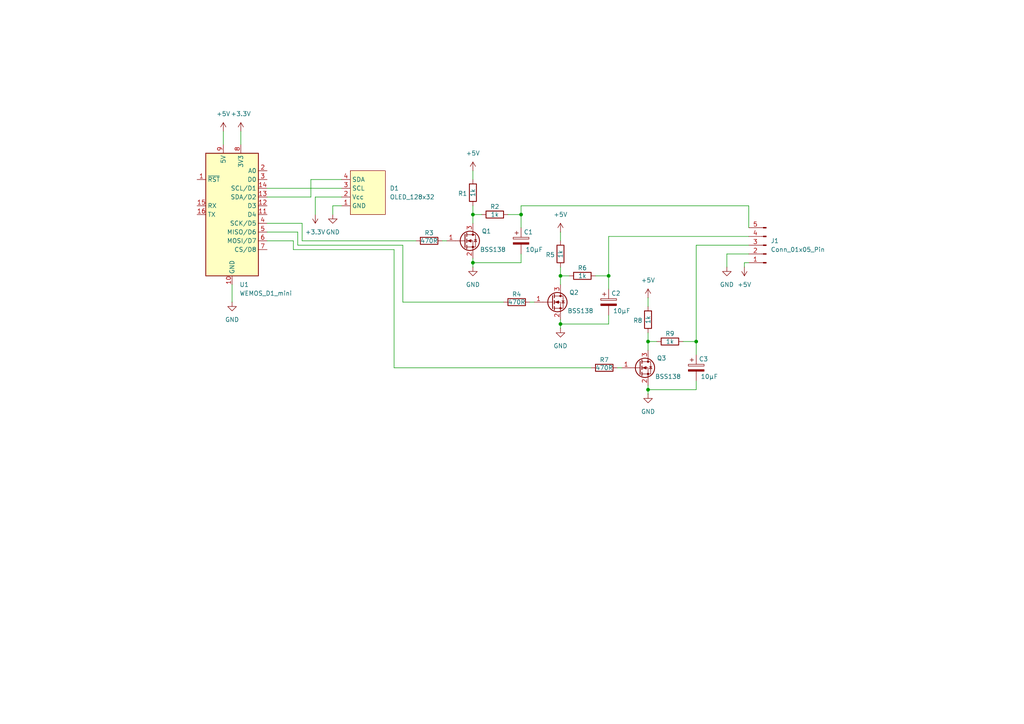
<source format=kicad_sch>
(kicad_sch (version 20250114) (generator "eeschema") (generator_version "9.0")
  (paper "A4")
  (title_block (title "Wemos ESPnow receiver") (date "2025-08-04") (rev "v0.1") (comment 1 "MOSFET low pass output"))
  (lib_symbols
    (symbol "Connector:Conn_01x05_Pin" (pin_names (offset 1.016) (hide yes))
      (property "Reference" "J" (at 0 7.62 0))
      (property "Value" "Conn_01x05_Pin" (at 0 -7.62 0))
      (symbol "Conn_01x05_Pin_1_1"
        (rectangle (start 0.8636 5.207) (end 0 4.953) (stroke (width 0.1524)) (fill (type outline)))
        (rectangle (start 0.8636 2.667) (end 0 2.413) (stroke (width 0.1524)) (fill (type outline)))
        (rectangle (start 0.8636 0.127) (end 0 -0.127) (stroke (width 0.1524)) (fill (type outline)))
        (rectangle (start 0.8636 -2.413) (end 0 -2.667) (stroke (width 0.1524)) (fill (type outline)))
        (rectangle (start 0.8636 -4.953) (end 0 -5.207) (stroke (width 0.1524)) (fill (type outline)))
        (polyline (pts (xy 1.27 5.08) (xy 0.8636 5.08)) (stroke (width 0.1524)))
        (polyline (pts (xy 1.27 2.54) (xy 0.8636 2.54)) (stroke (width 0.1524)))
        (polyline (pts (xy 1.27 0) (xy 0.8636 0)) (stroke (width 0.1524)))
        (polyline (pts (xy 1.27 -2.54) (xy 0.8636 -2.54)) (stroke (width 0.1524)))
        (polyline (pts (xy 1.27 -5.08) (xy 0.8636 -5.08)) (stroke (width 0.1524)))
        (pin passive line (at 5.08 5.08 180) (length 3.81) (name "Pin_1") (number "1"))
        (pin passive line (at 5.08 2.54 180) (length 3.81) (name "Pin_2") (number "2"))
        (pin passive line (at 5.08 0 180) (length 3.81) (name "Pin_3") (number "3"))
        (pin passive line (at 5.08 -2.54 180) (length 3.81) (name "Pin_4") (number "4"))
        (pin passive line (at 5.08 -5.08 180) (length 3.81) (name "Pin_5") (number "5"))
      )
    )
    (symbol "Device:C_Polarized" (pin_numbers (hide yes)) (pin_names (offset 0.254))
      (property "Reference" "C" (at 0.635 2.54 0))
      (property "Value" "C_Polarized" (at 0.635 -2.54 0))
      (symbol "C_Polarized_0_1"
        (rectangle (start -2.286 0.508) (end 2.286 1.016))
        (polyline (pts (xy -1.778 2.286) (xy -0.762 2.286)))
        (polyline (pts (xy -1.27 2.794) (xy -1.27 1.778)))
        (rectangle (start 2.286 -0.508) (end -2.286 -1.016) (fill (type outline)))
      )
      (symbol "C_Polarized_1_1"
        (pin passive line (at 0 3.81 270) (length 2.794) (name "~") (number "1"))
        (pin passive line (at 0 -3.81 90) (length 2.794) (name "~") (number "2"))
      )
    )
    (symbol "Device:R" (pin_numbers (hide yes)) (pin_names (offset 0))
      (property "Reference" "R" (at 2.032 0 90))
      (property "Value" "R" (at 0 0 90))
      (symbol "R_0_1"
        (rectangle (start -1.016 -2.54) (end 1.016 2.54) (stroke (width 0.254)))
      )
      (symbol "R_1_1"
        (pin passive line (at 0 3.81 270) (length 1.27) (name "~") (number "1"))
        (pin passive line (at 0 -3.81 90) (length 1.27) (name "~") (number "2"))
      )
    )
    (symbol "RF_Module:WEMOS_D1_mini"
      (property "Reference" "U" (at 3.81 19.05 0))
      (property "Value" "WEMOS_D1_mini" (at 1.27 -19.05 0))
      (symbol "WEMOS_D1_mini_1_1"
        (rectangle (start -7.62 17.78) (end 7.62 -17.78) (stroke (width 0.254)) (fill (type background)))
        (pin input line (at -10.16 10.16 0) (length 2.54) (name "~{RST}") (number "1"))
        (pin input line (at -10.16 2.54 0) (length 2.54) (name "RX") (number "15"))
        (pin output line (at -10.16 0 0) (length 2.54) (name "TX") (number "16"))
        (pin power_in line (at -2.54 20.32 270) (length 2.54) (name "5V") (number "9"))
        (pin power_in line (at 0 -20.32 90) (length 2.54) (name "GND") (number "10"))
        (pin power_out line (at 2.54 20.32 270) (length 2.54) (name "3V3") (number "8"))
        (pin input line (at 10.16 12.7 180) (length 2.54) (name "A0") (number "2"))
        (pin bidirectional line (at 10.16 10.16 180) (length 2.54) (name "D0") (number "3"))
        (pin bidirectional line (at 10.16 7.62 180) (length 2.54) (name "SCL/D1") (number "14"))
        (pin bidirectional line (at 10.16 5.08 180) (length 2.54) (name "SDA/D2") (number "13"))
        (pin bidirectional line (at 10.16 2.54 180) (length 2.54) (name "D3") (number "12"))
        (pin bidirectional line (at 10.16 0 180) (length 2.54) (name "D4") (number "11"))
        (pin bidirectional line (at 10.16 -2.54 180) (length 2.54) (name "SCK/D5") (number "4"))
        (pin bidirectional line (at 10.16 -5.08 180) (length 2.54) (name "MISO/D6") (number "5"))
        (pin bidirectional line (at 10.16 -7.62 180) (length 2.54) (name "MOSI/D7") (number "6"))
        (pin bidirectional line (at 10.16 -10.16 180) (length 2.54) (name "CS/D8") (number "7"))
      )
    )
    (symbol "Transistor_FET:BSS138" (pin_names (offset 0) (hide yes))
      (property "Reference" "Q" (at 5.08 1.905 0))
      (property "Value" "BSS138" (at 5.08 0 0))
      (symbol "BSS138_0_1"
        (polyline (pts (xy 0.254 1.905) (xy 0.254 -1.905)) (stroke (width 0.254)))
        (polyline (pts (xy 0.254 0) (xy -2.54 0)))
        (polyline (pts (xy 0.762 2.286) (xy 0.762 1.27)) (stroke (width 0.254)))
        (polyline (pts (xy 0.762 0.508) (xy 0.762 -0.508)) (stroke (width 0.254)))
        (polyline (pts (xy 0.762 -1.27) (xy 0.762 -2.286)) (stroke (width 0.254)))
        (polyline (pts (xy 0.762 -1.778) (xy 3.302 -1.778) (xy 3.302 1.778) (xy 0.762 1.778)))
        (polyline (pts (xy 1.016 0) (xy 2.032 0.381) (xy 2.032 -0.381) (xy 1.016 0)) (fill (type outline)))
        (circle (center 1.651 0) (radius 2.794) (stroke (width 0.254)))
        (polyline (pts (xy 2.54 2.54) (xy 2.54 1.778)))
        (circle (center 2.54 1.778) (radius 0.254) (fill (type outline)))
        (circle (center 2.54 -1.778) (radius 0.254) (fill (type outline)))
        (polyline (pts (xy 2.54 -2.54) (xy 2.54 0) (xy 0.762 0)))
        (polyline (pts (xy 2.921 0.381) (xy 3.683 0.381)))
        (polyline (pts (xy 3.302 0.381) (xy 2.921 -0.254) (xy 3.683 -0.254) (xy 3.302 0.381)))
      )
      (symbol "BSS138_1_1"
        (pin input line (at -5.08 0 0) (length 2.54) (name "G") (number "1"))
        (pin passive line (at 2.54 5.08 270) (length 2.54) (name "D") (number "3"))
        (pin passive line (at 2.54 -5.08 90) (length 2.54) (name "S") (number "2"))
      )
    )
    (symbol "oled:oled_I2C_128x32"
      (property "Reference" "D" (at 1.016 3.81 0))
      (symbol "oled_I2C_128x32_1_1"
        (rectangle (start 0 2.54) (end 10.16 -10.16) (fill (type background)))
        (pin bidirectional line (at -2.54 0 0) (length 2.54) (name "SDA") (number "4"))
        (pin bidirectional line (at -2.54 -2.54 0) (length 2.54) (name "SCL") (number "3"))
        (pin power_in line (at -2.54 -5.08 0) (length 2.54) (name "Vcc") (number "2"))
        (pin power_in line (at -2.54 -7.62 0) (length 2.54) (name "GND") (number "1"))
      )
    )
    (symbol "power:+3.3V" (power) (pin_numbers (hide yes)) (pin_names (offset 0) (hide yes))
      (property "Value" "+3.3V" (at 0 3.556 0))
      (symbol "+3.3V_0_1"
        (polyline (pts (xy -0.762 1.27) (xy 0 2.54)))
        (polyline (pts (xy 0 2.54) (xy 0.762 1.27)))
        (polyline (pts (xy 0 0) (xy 0 2.54)))
      )
      (symbol "+3.3V_1_1"
        (pin power_in line (at 0 0 90) (length 0) (name "~") (number "1"))
      )
    )
    (symbol "power:+5V" (power) (pin_numbers (hide yes)) (pin_names (offset 0) (hide yes))
      (property "Value" "+5V" (at 0 3.556 0))
      (symbol "+5V_0_1"
        (polyline (pts (xy -0.762 1.27) (xy 0 2.54)))
        (polyline (pts (xy 0 2.54) (xy 0.762 1.27)))
        (polyline (pts (xy 0 0) (xy 0 2.54)))
      )
      (symbol "+5V_1_1"
        (pin power_in line (at 0 0 90) (length 0) (name "~") (number "1"))
      )
    )
    (symbol "power:GND" (power) (pin_numbers (hide yes)) (pin_names (offset 0) (hide yes))
      (property "Value" "GND" (at 0 -3.81 0))
      (symbol "GND_0_1"
        (polyline (pts (xy 0 0) (xy 0 -1.27) (xy 1.27 -1.27) (xy 0 -2.54) (xy -1.27 -1.27) (xy 0 -1.27)))
      )
      (symbol "GND_1_1"
        (pin power_in line (at 0 0 270) (length 0) (name "~") (number "1"))
      )
    )
  )
  (junction (at 201.93 99.06))
  (junction (at 187.96 113.03))
  (junction (at 151.13 62.23))
  (junction (at 137.16 62.23))
  (junction (at 137.16 76.2))
  (junction (at 162.56 93.98))
  (junction (at 162.56 80.01))
  (junction (at 176.53 80.01))
  (junction (at 187.96 99.06))
  (wire (pts (xy 96.52 59.69) (xy 99.06 59.69)))
  (wire (pts (xy 137.16 59.69) (xy 137.16 62.23)))
  (wire (pts (xy 171.45 106.68) (xy 114.3 106.68)))
  (wire (pts (xy 176.53 68.58) (xy 176.53 80.01)))
  (wire (pts (xy 162.56 93.98) (xy 162.56 95.25)))
  (wire (pts (xy 137.16 74.93) (xy 137.16 76.2)))
  (wire (pts (xy 87.63 64.77) (xy 77.47 64.77)))
  (wire (pts (xy 85.09 69.85) (xy 77.47 69.85)))
  (wire (pts (xy 96.52 62.23) (xy 96.52 59.69)))
  (wire (pts (xy 217.17 71.12) (xy 201.93 71.12)))
  (wire (pts (xy 116.84 87.63) (xy 116.84 71.12)))
  (wire (pts (xy 116.84 71.12) (xy 86.36 71.12)))
  (wire (pts (xy 162.56 80.01) (xy 165.1 80.01)))
  (wire (pts (xy 162.56 80.01) (xy 162.56 82.55)))
  (wire (pts (xy 67.31 82.55) (xy 67.31 87.63)))
  (wire (pts (xy 179.07 106.68) (xy 180.34 106.68)))
  (wire (pts (xy 137.16 49.53) (xy 137.16 52.07)))
  (wire (pts (xy 201.93 110.49) (xy 201.93 113.03)))
  (wire (pts (xy 86.36 71.12) (xy 86.36 67.31)))
  (wire (pts (xy 85.09 72.39) (xy 85.09 69.85)))
  (wire (pts (xy 147.32 62.23) (xy 151.13 62.23)))
  (wire (pts (xy 210.82 73.66) (xy 210.82 77.47)))
  (wire (pts (xy 187.96 96.52) (xy 187.96 99.06)))
  (wire (pts (xy 86.36 67.31) (xy 77.47 67.31)))
  (wire (pts (xy 137.16 62.23) (xy 139.7 62.23)))
  (wire (pts (xy 99.06 57.15) (xy 91.44 57.15)))
  (wire (pts (xy 146.05 87.63) (xy 116.84 87.63)))
  (wire (pts (xy 153.67 87.63) (xy 154.94 87.63)))
  (wire (pts (xy 187.96 99.06) (xy 187.96 101.6)))
  (wire (pts (xy 217.17 68.58) (xy 176.53 68.58)))
  (wire (pts (xy 151.13 62.23) (xy 151.13 66.04)))
  (wire (pts (xy 217.17 76.2) (xy 215.9 76.2)))
  (wire (pts (xy 176.53 80.01) (xy 176.53 83.82)))
  (wire (pts (xy 77.47 57.15) (xy 90.17 57.15)))
  (wire (pts (xy 176.53 91.44) (xy 176.53 93.98)))
  (wire (pts (xy 120.65 69.85) (xy 87.63 69.85)))
  (wire (pts (xy 91.44 57.15) (xy 91.44 62.23)))
  (wire (pts (xy 162.56 92.71) (xy 162.56 93.98)))
  (wire (pts (xy 201.93 113.03) (xy 187.96 113.03)))
  (wire (pts (xy 217.17 59.69) (xy 151.13 59.69)))
  (wire (pts (xy 137.16 76.2) (xy 137.16 77.47)))
  (wire (pts (xy 151.13 59.69) (xy 151.13 62.23)))
  (wire (pts (xy 90.17 57.15) (xy 90.17 52.07)))
  (wire (pts (xy 114.3 72.39) (xy 85.09 72.39)))
  (wire (pts (xy 90.17 52.07) (xy 99.06 52.07)))
  (wire (pts (xy 201.93 99.06) (xy 201.93 102.87)))
  (wire (pts (xy 187.96 86.36) (xy 187.96 88.9)))
  (wire (pts (xy 162.56 67.31) (xy 162.56 69.85)))
  (wire (pts (xy 187.96 113.03) (xy 187.96 114.3)))
  (wire (pts (xy 162.56 77.47) (xy 162.56 80.01)))
  (wire (pts (xy 217.17 73.66) (xy 210.82 73.66)))
  (wire (pts (xy 151.13 73.66) (xy 151.13 76.2)))
  (wire (pts (xy 172.72 80.01) (xy 176.53 80.01)))
  (wire (pts (xy 151.13 76.2) (xy 137.16 76.2)))
  (wire (pts (xy 87.63 69.85) (xy 87.63 64.77)))
  (wire (pts (xy 77.47 54.61) (xy 99.06 54.61)))
  (wire (pts (xy 198.12 99.06) (xy 201.93 99.06)))
  (wire (pts (xy 64.77 38.1) (xy 64.77 41.91)))
  (wire (pts (xy 128.27 69.85) (xy 129.54 69.85)))
  (wire (pts (xy 187.96 99.06) (xy 190.5 99.06)))
  (wire (pts (xy 69.85 38.1) (xy 69.85 41.91)))
  (wire (pts (xy 114.3 106.68) (xy 114.3 72.39)))
  (wire (pts (xy 137.16 62.23) (xy 137.16 64.77)))
  (wire (pts (xy 215.9 76.2) (xy 215.9 77.47)))
  (wire (pts (xy 217.17 66.04) (xy 217.17 59.69)))
  (wire (pts (xy 176.53 93.98) (xy 162.56 93.98)))
  (wire (pts (xy 201.93 71.12) (xy 201.93 99.06)))
  (wire (pts (xy 187.96 111.76) (xy 187.96 113.03)))
  (symbol (lib_id "Device:R") (at 137.16 55.88 0) (unit 1)
    (property "Reference" "R1" (at 132.842 56.134 0) (effects (justify left)))
    (property "Value" "1k" (at 137.16 57.15 90) (effects (justify left)))
    (property "Footprint" "Resistor_SMD:R_1206_3216Metric_Pad1.30x1.75mm_HandSolder" (effects (hide yes)))
    (property "Description" "Resistor" (effects (hide yes)))
  )
  (symbol (lib_id "power:+3.3V") (at 91.44 62.23 180) (unit 1)
    (property "Reference" "#PWR05" (effects (hide yes)))
    (property "Value" "+3.3V" (at 91.44 67.31 0))
    (property "Description" "Power symbol creates a global label with name \"+3.3V\"" (effects (hide yes)))
  )
  (symbol (lib_id "power:GND") (at 210.82 77.47 0) (unit 1)
    (property "Reference" "#PWR03" (effects (hide yes)))
    (property "Value" "GND" (at 210.82 82.55 0))
    (property "Description" "Power symbol creates a global label with name \"GND\" , ground" (effects (hide yes)))
  )
  (symbol (lib_id "Device:C_Polarized") (at 151.13 69.85 0) (unit 1)
    (property "Reference" "C1" (at 151.892 67.31 0) (effects (justify left)))
    (property "Value" "10µF" (at 152.4 72.39 0) (effects (justify left)))
    (property "Footprint" "Capacitor_SMD:C_1206_3216Metric_Pad1.33x1.80mm_HandSolder" (effects (hide yes)))
    (property "Description" "Polarized capacitor" (effects (hide yes)))
  )
  (symbol (lib_id "power:+5V") (at 187.96 86.36 0) (unit 1)
    (property "Reference" "#PWR012" (effects (hide yes)))
    (property "Value" "+5V" (at 187.96 81.28 0))
    (property "Description" "Power symbol creates a global label with name \"+5V\"" (effects (hide yes)))
  )
  (symbol (lib_id "Transistor_FET:BSS138") (at 185.42 106.68 0) (unit 1)
    (property "Reference" "Q3" (at 190.5 103.886 0) (effects (justify left)))
    (property "Value" "BSS138" (at 189.992 109.22 0) (effects (justify left)))
    (property "Footprint" "Package_TO_SOT_SMD:SOT-23" (effects (hide yes)))
    (property "Datasheet" "https://www.onsemi.com/pub/Collateral/BSS138-D.PDF" (effects (hide yes)))
    (property "Description" "50V Vds, 0.22A Id, N-Channel MOSFET, SOT-23" (effects (hide yes)))
  )
  (symbol (lib_id "Device:R") (at 168.91 80.01 90) (unit 1)
    (property "Reference" "R6" (at 168.91 77.724 90))
    (property "Value" "1k" (at 168.91 80.01 90))
    (property "Footprint" "Resistor_SMD:R_1206_3216Metric_Pad1.30x1.75mm_HandSolder" (effects (hide yes)))
    (property "Description" "Resistor" (effects (hide yes)))
  )
  (symbol (lib_id "Device:R") (at 187.96 92.71 0) (unit 1)
    (property "Reference" "R8" (at 183.642 92.964 0) (effects (justify left)))
    (property "Value" "1k" (at 187.96 93.98 90) (effects (justify left)))
    (property "Footprint" "Resistor_SMD:R_1206_3216Metric_Pad1.30x1.75mm_HandSolder" (effects (hide yes)))
    (property "Description" "Resistor" (effects (hide yes)))
  )
  (symbol (lib_id "Transistor_FET:BSS138") (at 134.62 69.85 0) (unit 1)
    (property "Reference" "Q1" (at 139.7 67.056 0) (effects (justify left)))
    (property "Value" "BSS138" (at 139.192 72.39 0) (effects (justify left)))
    (property "Footprint" "Package_TO_SOT_SMD:SOT-23" (effects (hide yes)))
    (property "Datasheet" "https://www.onsemi.com/pub/Collateral/BSS138-D.PDF" (effects (hide yes)))
    (property "Description" "50V Vds, 0.22A Id, N-Channel MOSFET, SOT-23" (effects (hide yes)))
  )
  (symbol (lib_id "power:GND") (at 96.52 62.23 0) (unit 1)
    (property "Reference" "#PWR01" (effects (hide yes)))
    (property "Value" "GND" (at 96.52 67.31 0))
    (property "Description" "Power symbol creates a global label with name \"GND\" , ground" (effects (hide yes)))
  )
  (symbol (lib_id "Device:C_Polarized") (at 176.53 87.63 0) (unit 1)
    (property "Reference" "C2" (at 177.292 85.09 0) (effects (justify left)))
    (property "Value" "10µF" (at 177.8 90.17 0) (effects (justify left)))
    (property "Footprint" "Capacitor_SMD:C_1206_3216Metric_Pad1.33x1.80mm_HandSolder" (effects (hide yes)))
    (property "Description" "Polarized capacitor" (effects (hide yes)))
  )
  (symbol (lib_id "Device:R") (at 175.26 106.68 90) (unit 1)
    (property "Reference" "R7" (at 175.26 104.394 90))
    (property "Value" "470R" (at 175.26 106.68 90))
    (property "Footprint" "Resistor_SMD:R_1206_3216Metric_Pad1.30x1.75mm_HandSolder" (effects (hide yes)))
    (property "Description" "Resistor" (effects (hide yes)))
  )
  (symbol (lib_id "power:GND") (at 187.96 114.3 0) (unit 1)
    (property "Reference" "#PWR013" (effects (hide yes)))
    (property "Value" "GND" (at 187.96 119.38 0))
    (property "Description" "Power symbol creates a global label with name \"GND\" , ground" (effects (hide yes)))
  )
  (symbol (lib_id "power:GND") (at 137.16 77.47 0) (unit 1)
    (property "Reference" "#PWR09" (effects (hide yes)))
    (property "Value" "GND" (at 137.16 82.55 0))
    (property "Description" "Power symbol creates a global label with name \"GND\" , ground" (effects (hide yes)))
  )
  (symbol (lib_id "Device:R") (at 162.56 73.66 0) (unit 1)
    (property "Reference" "R5" (at 158.242 73.914 0) (effects (justify left)))
    (property "Value" "1k" (at 162.56 74.93 90) (effects (justify left)))
    (property "Footprint" "Resistor_SMD:R_1206_3216Metric_Pad1.30x1.75mm_HandSolder" (effects (hide yes)))
    (property "Description" "Resistor" (effects (hide yes)))
  )
  (symbol (lib_id "power:+5V") (at 64.77 38.1 0) (unit 1)
    (property "Reference" "#PWR04" (effects (hide yes)))
    (property "Value" "+5V" (at 64.77 33.02 0))
    (property "Description" "Power symbol creates a global label with name \"+5V\"" (effects (hide yes)))
  )
  (symbol (lib_id "power:+3.3V") (at 69.85 38.1 0) (unit 1)
    (property "Reference" "#PWR07" (effects (hide yes)))
    (property "Value" "+3.3V" (at 69.85 33.02 0))
    (property "Description" "Power symbol creates a global label with name \"+3.3V\"" (effects (hide yes)))
  )
  (symbol (lib_id "Transistor_FET:BSS138") (at 160.02 87.63 0) (unit 1)
    (property "Reference" "Q2" (at 165.1 84.836 0) (effects (justify left)))
    (property "Value" "BSS138" (at 164.592 90.17 0) (effects (justify left)))
    (property "Footprint" "Package_TO_SOT_SMD:SOT-23" (effects (hide yes)))
    (property "Datasheet" "https://www.onsemi.com/pub/Collateral/BSS138-D.PDF" (effects (hide yes)))
    (property "Description" "50V Vds, 0.22A Id, N-Channel MOSFET, SOT-23" (effects (hide yes)))
  )
  (symbol (lib_id "Connector:Conn_01x05_Pin") (at 222.25 71.12 180) (unit 1)
    (property "Reference" "J1" (at 223.52 69.8499 0) (effects (justify right)))
    (property "Value" "Conn_01x05_Pin" (at 223.52 72.3899 0) (effects (justify right)))
    (property "Footprint" "Connector_PinSocket_2.54mm:PinSocket_1x05_P2.54mm_Vertical" (effects (hide yes)))
    (property "Description" "Generic connector, single row, 01x05, script generated" (effects (hide yes)))
  )
  (symbol (lib_id "oled:oled_I2C_128x32") (at 101.6 52.07 0) (unit 1)
    (property "Reference" "D1" (at 113.03 54.6099 0) (effects (justify left)))
    (property "Value" "OLED_128x32" (at 113.03 57.1499 0) (effects (justify left)))
    (property "Footprint" "Connector_PinSocket_2.54mm:PinSocket_1x04_P2.54mm_Vertical" (effects (hide yes)))
  )
  (symbol (lib_id "power:GND") (at 67.31 87.63 0) (unit 1)
    (property "Reference" "#PWR02" (effects (hide yes)))
    (property "Value" "GND" (at 67.31 92.71 0))
    (property "Description" "Power symbol creates a global label with name \"GND\" , ground" (effects (hide yes)))
  )
  (symbol (lib_id "power:+5V") (at 137.16 49.53 0) (unit 1)
    (property "Reference" "#PWR08" (effects (hide yes)))
    (property "Value" "+5V" (at 137.16 44.45 0))
    (property "Description" "Power symbol creates a global label with name \"+5V\"" (effects (hide yes)))
  )
  (symbol (lib_id "RF_Module:WEMOS_D1_mini") (at 67.31 62.23 0) (unit 1)
    (property "Reference" "U1" (at 69.4533 82.55 0) (effects (justify left)))
    (property "Value" "WEMOS_D1_mini" (at 69.4533 85.09 0) (effects (justify left)))
    (property "Footprint" "RF_Module:WEMOS_D1_mini_light" (effects (hide yes)))
    (property "Datasheet" "https://wiki.wemos.cc/products:d1:d1_mini#documentation" (effects (hide yes)))
    (property "Description" "32-bit microcontroller module with WiFi" (effects (hide yes)))
  )
  (symbol (lib_id "Device:R") (at 143.51 62.23 90) (unit 1)
    (property "Reference" "R2" (at 143.51 59.944 90))
    (property "Value" "1k" (at 143.51 62.23 90))
    (property "Footprint" "Resistor_SMD:R_1206_3216Metric_Pad1.30x1.75mm_HandSolder" (effects (hide yes)))
    (property "Description" "Resistor" (effects (hide yes)))
  )
  (symbol (lib_id "power:GND") (at 162.56 95.25 0) (unit 1)
    (property "Reference" "#PWR011" (effects (hide yes)))
    (property "Value" "GND" (at 162.56 100.33 0))
    (property "Description" "Power symbol creates a global label with name \"GND\" , ground" (effects (hide yes)))
  )
  (symbol (lib_id "power:+5V") (at 162.56 67.31 0) (unit 1)
    (property "Reference" "#PWR010" (effects (hide yes)))
    (property "Value" "+5V" (at 162.56 62.23 0))
    (property "Description" "Power symbol creates a global label with name \"+5V\"" (effects (hide yes)))
  )
  (symbol (lib_id "Device:C_Polarized") (at 201.93 106.68 0) (unit 1)
    (property "Reference" "C3" (at 202.692 104.14 0) (effects (justify left)))
    (property "Value" "10µF" (at 203.2 109.22 0) (effects (justify left)))
    (property "Footprint" "Capacitor_SMD:C_1206_3216Metric_Pad1.33x1.80mm_HandSolder" (effects (hide yes)))
    (property "Description" "Polarized capacitor" (effects (hide yes)))
  )
  (symbol (lib_id "Device:R") (at 149.86 87.63 90) (unit 1)
    (property "Reference" "R4" (at 149.86 85.344 90))
    (property "Value" "470R" (at 149.86 87.63 90))
    (property "Footprint" "Resistor_SMD:R_1206_3216Metric_Pad1.30x1.75mm_HandSolder" (effects (hide yes)))
    (property "Description" "Resistor" (effects (hide yes)))
  )
  (symbol (lib_id "power:+5V") (at 215.9 77.47 180) (unit 1)
    (property "Reference" "#PWR06" (effects (hide yes)))
    (property "Value" "+5V" (at 215.9 82.55 0))
    (property "Description" "Power symbol creates a global label with name \"+5V\"" (effects (hide yes)))
  )
  (symbol (lib_id "Device:R") (at 194.31 99.06 90) (unit 1)
    (property "Reference" "R9" (at 194.31 96.774 90))
    (property "Value" "1k" (at 194.31 99.06 90))
    (property "Footprint" "Resistor_SMD:R_1206_3216Metric_Pad1.30x1.75mm_HandSolder" (effects (hide yes)))
    (property "Description" "Resistor" (effects (hide yes)))
  )
  (symbol (lib_id "Device:R") (at 124.46 69.85 90) (unit 1)
    (property "Reference" "R3" (at 124.46 67.564 90))
    (property "Value" "470R" (at 124.46 69.85 90))
    (property "Footprint" "Resistor_SMD:R_1206_3216Metric_Pad1.30x1.75mm_HandSolder" (effects (hide yes)))
    (property "Description" "Resistor" (effects (hide yes)))
  )
)
</source>
